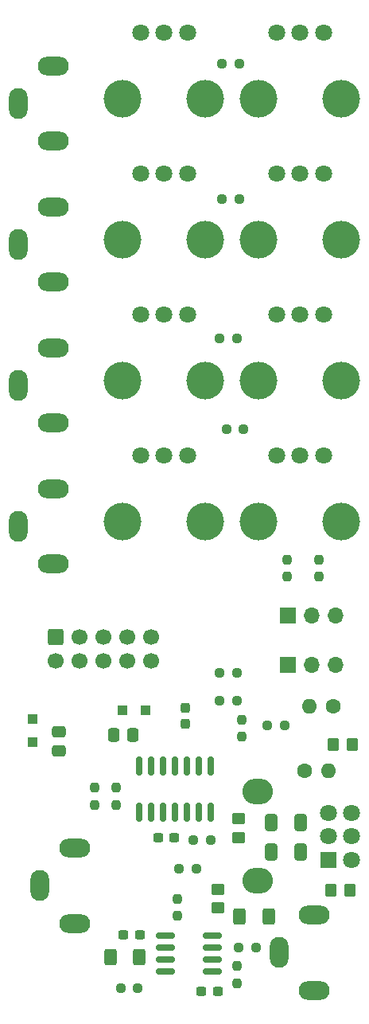
<source format=gbs>
G04 #@! TF.GenerationSoftware,KiCad,Pcbnew,6.0.5-a6ca702e91~116~ubuntu22.04.1*
G04 #@! TF.CreationDate,2022-06-02T14:51:50-07:00*
G04 #@! TF.ProjectId,HEAR,48454152-2e6b-4696-9361-645f70636258,2.1*
G04 #@! TF.SameCoordinates,Original*
G04 #@! TF.FileFunction,Soldermask,Bot*
G04 #@! TF.FilePolarity,Negative*
%FSLAX46Y46*%
G04 Gerber Fmt 4.6, Leading zero omitted, Abs format (unit mm)*
G04 Created by KiCad (PCBNEW 6.0.5-a6ca702e91~116~ubuntu22.04.1) date 2022-06-02 14:51:50*
%MOMM*%
%LPD*%
G01*
G04 APERTURE LIST*
G04 Aperture macros list*
%AMRoundRect*
0 Rectangle with rounded corners*
0 $1 Rounding radius*
0 $2 $3 $4 $5 $6 $7 $8 $9 X,Y pos of 4 corners*
0 Add a 4 corners polygon primitive as box body*
4,1,4,$2,$3,$4,$5,$6,$7,$8,$9,$2,$3,0*
0 Add four circle primitives for the rounded corners*
1,1,$1+$1,$2,$3*
1,1,$1+$1,$4,$5*
1,1,$1+$1,$6,$7*
1,1,$1+$1,$8,$9*
0 Add four rect primitives between the rounded corners*
20,1,$1+$1,$2,$3,$4,$5,0*
20,1,$1+$1,$4,$5,$6,$7,0*
20,1,$1+$1,$6,$7,$8,$9,0*
20,1,$1+$1,$8,$9,$2,$3,0*%
G04 Aperture macros list end*
%ADD10R,1.000000X1.000000*%
%ADD11O,3.300000X2.000000*%
%ADD12O,2.000000X3.300000*%
%ADD13C,4.000000*%
%ADD14C,1.800000*%
%ADD15O,3.240000X2.720000*%
%ADD16R,1.800000X1.800000*%
%ADD17RoundRect,0.250000X0.337500X0.475000X-0.337500X0.475000X-0.337500X-0.475000X0.337500X-0.475000X0*%
%ADD18RoundRect,0.250000X-0.475000X0.337500X-0.475000X-0.337500X0.475000X-0.337500X0.475000X0.337500X0*%
%ADD19RoundRect,0.237500X0.237500X-0.300000X0.237500X0.300000X-0.237500X0.300000X-0.237500X-0.300000X0*%
%ADD20RoundRect,0.237500X-0.300000X-0.237500X0.300000X-0.237500X0.300000X0.237500X-0.300000X0.237500X0*%
%ADD21RoundRect,0.237500X0.300000X0.237500X-0.300000X0.237500X-0.300000X-0.237500X0.300000X-0.237500X0*%
%ADD22RoundRect,0.237500X-0.250000X-0.237500X0.250000X-0.237500X0.250000X0.237500X-0.250000X0.237500X0*%
%ADD23RoundRect,0.237500X-0.237500X0.250000X-0.237500X-0.250000X0.237500X-0.250000X0.237500X0.250000X0*%
%ADD24RoundRect,0.237500X0.237500X-0.250000X0.237500X0.250000X-0.237500X0.250000X-0.237500X-0.250000X0*%
%ADD25RoundRect,0.237500X0.250000X0.237500X-0.250000X0.237500X-0.250000X-0.237500X0.250000X-0.237500X0*%
%ADD26RoundRect,0.150000X-0.150000X0.825000X-0.150000X-0.825000X0.150000X-0.825000X0.150000X0.825000X0*%
%ADD27RoundRect,0.250000X-0.600000X0.600000X-0.600000X-0.600000X0.600000X-0.600000X0.600000X0.600000X0*%
%ADD28C,1.700000*%
%ADD29RoundRect,0.250000X0.412500X0.650000X-0.412500X0.650000X-0.412500X-0.650000X0.412500X-0.650000X0*%
%ADD30RoundRect,0.250000X-0.400000X-0.625000X0.400000X-0.625000X0.400000X0.625000X-0.400000X0.625000X0*%
%ADD31R,1.700000X1.700000*%
%ADD32O,1.700000X1.700000*%
%ADD33RoundRect,0.250000X0.350000X0.450000X-0.350000X0.450000X-0.350000X-0.450000X0.350000X-0.450000X0*%
%ADD34RoundRect,0.250000X0.450000X-0.350000X0.450000X0.350000X-0.450000X0.350000X-0.450000X-0.350000X0*%
%ADD35RoundRect,0.250000X-0.450000X0.350000X-0.450000X-0.350000X0.450000X-0.350000X0.450000X0.350000X0*%
%ADD36RoundRect,0.150000X0.825000X0.150000X-0.825000X0.150000X-0.825000X-0.150000X0.825000X-0.150000X0*%
%ADD37C,1.600000*%
%ADD38O,1.600000X1.600000*%
%ADD39RoundRect,0.250000X0.400000X0.625000X-0.400000X0.625000X-0.400000X-0.625000X0.400000X-0.625000X0*%
G04 APERTURE END LIST*
D10*
X17526000Y-100350000D03*
X17526000Y-102850000D03*
X27071000Y-99441000D03*
X29571000Y-99441000D03*
D11*
X19685000Y-53911000D03*
D12*
X15985000Y-49911000D03*
D11*
X19685000Y-45911000D03*
D13*
X41600000Y-79400000D03*
X50400000Y-79400000D03*
D14*
X43500000Y-72400000D03*
X46000000Y-72400000D03*
X48500000Y-72400000D03*
D11*
X19685000Y-38925000D03*
D12*
X15985000Y-34925000D03*
D11*
X19685000Y-30925000D03*
X19685000Y-68897000D03*
D12*
X15985000Y-64897000D03*
D11*
X19685000Y-60897000D03*
D13*
X27100000Y-34400000D03*
X35900000Y-34400000D03*
D14*
X29000000Y-27400000D03*
X31500000Y-27400000D03*
X34000000Y-27400000D03*
D13*
X41600000Y-49400000D03*
X50400000Y-49400000D03*
D14*
X43500000Y-42400000D03*
X46000000Y-42400000D03*
X48500000Y-42400000D03*
D13*
X50400000Y-64400000D03*
X41600000Y-64400000D03*
D14*
X43500000Y-57400000D03*
X46000000Y-57400000D03*
X48500000Y-57400000D03*
D15*
X41503600Y-117616800D03*
X41503600Y-108116800D03*
D16*
X49003600Y-115366800D03*
D14*
X49003600Y-112866800D03*
X49003600Y-110366800D03*
X51503600Y-115366800D03*
X51503600Y-112866800D03*
X51503600Y-110366800D03*
D13*
X35900000Y-64400000D03*
X27100000Y-64400000D03*
D14*
X29000000Y-57400000D03*
X31500000Y-57400000D03*
X34000000Y-57400000D03*
D11*
X21971000Y-122110000D03*
D12*
X18271000Y-118110000D03*
D11*
X21971000Y-114110000D03*
D13*
X27100000Y-49400000D03*
X35900000Y-49400000D03*
D14*
X29000000Y-42400000D03*
X31500000Y-42400000D03*
X34000000Y-42400000D03*
D13*
X27100000Y-79400000D03*
X35900000Y-79400000D03*
D14*
X29000000Y-72400000D03*
X31500000Y-72400000D03*
X34000000Y-72400000D03*
D13*
X50400000Y-34400000D03*
X41600000Y-34400000D03*
D14*
X43500000Y-27400000D03*
X46000000Y-27400000D03*
X48500000Y-27400000D03*
D11*
X19685000Y-83883000D03*
D12*
X15985000Y-79883000D03*
D11*
X19685000Y-75883000D03*
X47498000Y-129222000D03*
D12*
X43798000Y-125222000D03*
D11*
X47498000Y-121222000D03*
D17*
X28215500Y-102108000D03*
X26140500Y-102108000D03*
D18*
X20320000Y-101705500D03*
X20320000Y-103780500D03*
D19*
X33782000Y-100938500D03*
X33782000Y-99213500D03*
D20*
X30887500Y-113030000D03*
X32612500Y-113030000D03*
D21*
X28929500Y-123317000D03*
X27204500Y-123317000D03*
X37235300Y-129336800D03*
X35510300Y-129336800D03*
D22*
X37441500Y-98425000D03*
X39266500Y-98425000D03*
D23*
X48006000Y-83415500D03*
X48006000Y-85240500D03*
X44653200Y-83415500D03*
X44653200Y-85240500D03*
X39751000Y-100433500D03*
X39751000Y-102258500D03*
D22*
X42521500Y-101092000D03*
X44346500Y-101092000D03*
D24*
X26416000Y-109497500D03*
X26416000Y-107672500D03*
D22*
X34647500Y-113284000D03*
X36472500Y-113284000D03*
D23*
X24130000Y-107672500D03*
X24130000Y-109497500D03*
D25*
X34948500Y-116332000D03*
X33123500Y-116332000D03*
D26*
X28829000Y-105348000D03*
X30099000Y-105348000D03*
X31369000Y-105348000D03*
X32639000Y-105348000D03*
X33909000Y-105348000D03*
X35179000Y-105348000D03*
X36449000Y-105348000D03*
X36449000Y-110298000D03*
X35179000Y-110298000D03*
X33909000Y-110298000D03*
X32639000Y-110298000D03*
X31369000Y-110298000D03*
X30099000Y-110298000D03*
X28829000Y-110298000D03*
D27*
X19964400Y-91694000D03*
D28*
X19964400Y-94234000D03*
X22504400Y-91694000D03*
X22504400Y-94234000D03*
X25044400Y-91694000D03*
X25044400Y-94234000D03*
X27584400Y-91694000D03*
X27584400Y-94234000D03*
X30124400Y-91694000D03*
X30124400Y-94234000D03*
D22*
X38152700Y-69545200D03*
X39977700Y-69545200D03*
D29*
X46012500Y-111404400D03*
X42887500Y-111404400D03*
D30*
X25780400Y-125730000D03*
X28880400Y-125730000D03*
D29*
X46012500Y-114554000D03*
X42887500Y-114554000D03*
D31*
X44704000Y-94615000D03*
D32*
X47244000Y-94615000D03*
X49784000Y-94615000D03*
D24*
X39268400Y-128471300D03*
X39268400Y-126646300D03*
D33*
X51292000Y-118618000D03*
X49292000Y-118618000D03*
D22*
X37441500Y-59944000D03*
X39266500Y-59944000D03*
D34*
X37211000Y-120481600D03*
X37211000Y-118481600D03*
D35*
X39420800Y-111014000D03*
X39420800Y-113014000D03*
D33*
X51546000Y-103124000D03*
X49546000Y-103124000D03*
D23*
X32893000Y-119483500D03*
X32893000Y-121308500D03*
D36*
X36612600Y-123418600D03*
X36612600Y-124688600D03*
X36612600Y-125958600D03*
X36612600Y-127228600D03*
X31662600Y-127228600D03*
X31662600Y-125958600D03*
X31662600Y-124688600D03*
X31662600Y-123418600D03*
D37*
X46482000Y-105918000D03*
D38*
X49022000Y-105918000D03*
D31*
X44719000Y-89408000D03*
D32*
X47259000Y-89408000D03*
X49799000Y-89408000D03*
D25*
X41298500Y-124714000D03*
X39473500Y-124714000D03*
D39*
X42647200Y-121412000D03*
X39547200Y-121412000D03*
D22*
X26900500Y-128981200D03*
X28725500Y-128981200D03*
X37441500Y-95504000D03*
X39266500Y-95504000D03*
X37695500Y-45085000D03*
X39520500Y-45085000D03*
X37695500Y-30734000D03*
X39520500Y-30734000D03*
D37*
X49559000Y-99060000D03*
D38*
X47019000Y-99060000D03*
M02*

</source>
